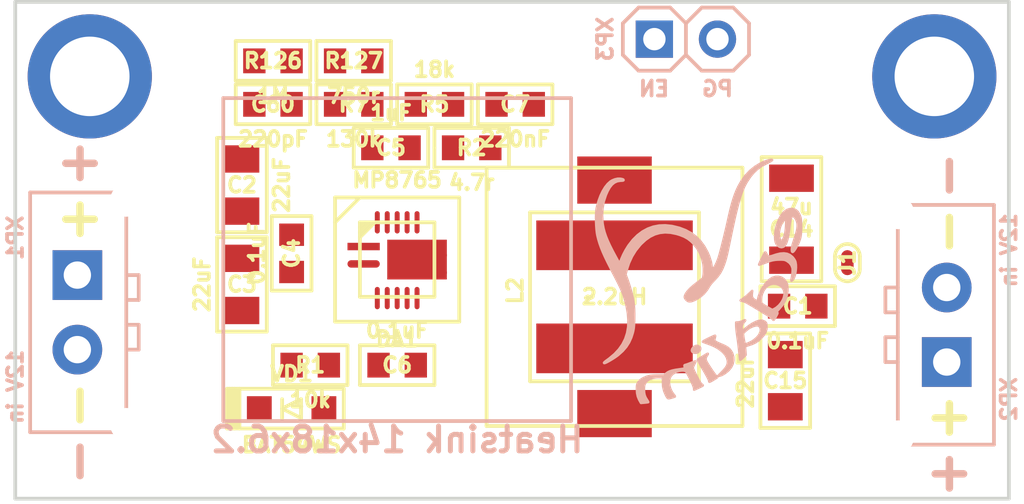
<source format=kicad_pcb>
(kicad_pcb (version 20171130) (host pcbnew "(5.1.5)-1")

  (general
    (thickness 1.6)
    (drawings 4)
    (tracks 0)
    (zones 0)
    (modules 28)
    (nets 13)
  )

  (page A4)
  (layers
    (0 F.Cu signal)
    (31 B.Cu signal)
    (36 B.SilkS user)
    (37 F.SilkS user)
    (38 B.Mask user)
    (39 F.Mask user)
    (40 Dwgs.User user)
    (44 Edge.Cuts user)
    (45 Margin user)
    (46 B.CrtYd user)
    (47 F.CrtYd user)
  )

  (setup
    (last_trace_width 0.2)
    (trace_clearance 0.2)
    (zone_clearance 0.3)
    (zone_45_only no)
    (trace_min 0.2)
    (via_size 0.7)
    (via_drill 0.3)
    (via_min_size 0.7)
    (via_min_drill 0.3)
    (uvia_size 0.7)
    (uvia_drill 0.3)
    (uvias_allowed no)
    (uvia_min_size 0.508)
    (uvia_min_drill 0.127)
    (edge_width 0.15)
    (segment_width 0.15)
    (pcb_text_width 0.3)
    (pcb_text_size 1.5 1.5)
    (mod_edge_width 0.15)
    (mod_text_size 1.5 1.5)
    (mod_text_width 0.15)
    (pad_size 0.9 0.9)
    (pad_drill 0.9)
    (pad_to_mask_clearance 0.2)
    (aux_axis_origin 245 150)
    (grid_origin 100 50)
    (visible_elements 7FFFF77F)
    (pcbplotparams
      (layerselection 0x010f0_80000001)
      (usegerberextensions true)
      (usegerberattributes false)
      (usegerberadvancedattributes false)
      (creategerberjobfile false)
      (gerberprecision 5)
      (excludeedgelayer true)
      (linewidth 0.150000)
      (plotframeref false)
      (viasonmask false)
      (mode 1)
      (useauxorigin false)
      (hpglpennumber 1)
      (hpglpenspeed 20)
      (hpglpendiameter 15.000000)
      (psnegative false)
      (psa4output false)
      (plotreference true)
      (plotvalue true)
      (plotinvisibletext false)
      (padsonsilk false)
      (subtractmaskfromsilk false)
      (outputformat 1)
      (mirror false)
      (drillshape 0)
      (scaleselection 1)
      (outputdirectory "Gerber/"))
  )

  (net 0 "")
  (net 1 GND)
  (net 2 +12V)
  (net 3 "Net-(C5-Pad1)")
  (net 4 "Net-(C7-Pad1)")
  (net 5 /+SW1)
  (net 6 GNDL1)
  (net 7 +5Vout)
  (net 8 /5Vout_Good)
  (net 9 "Net-(C60-Pad1)")
  (net 10 "Net-(DA1-Pad10)")
  (net 11 "Net-(DA1-Pad12)")
  (net 12 /Enadle)

  (net_class Default "Это класс цепей по умолчанию."
    (clearance 0.2)
    (trace_width 0.2)
    (via_dia 0.7)
    (via_drill 0.3)
    (uvia_dia 0.7)
    (uvia_drill 0.3)
    (diff_pair_width 0.2)
    (diff_pair_gap 0.2)
    (add_net +5Vout)
    (add_net /5Vout_Good)
    (add_net /Enadle)
    (add_net "Net-(C5-Pad1)")
    (add_net "Net-(C60-Pad1)")
    (add_net "Net-(C7-Pad1)")
    (add_net "Net-(DA1-Pad10)")
    (add_net "Net-(DA1-Pad12)")
  )

  (net_class wide ""
    (clearance 0.2)
    (trace_width 0.5)
    (via_dia 0.7)
    (via_drill 0.3)
    (uvia_dia 0.7)
    (uvia_drill 0.3)
    (diff_pair_width 0.2)
    (diff_pair_gap 0.2)
    (add_net GND)
    (add_net GNDL1)
  )

  (net_class wide0.75 ""
    (clearance 0.2)
    (trace_width 0.75)
    (via_dia 0.9)
    (via_drill 0.4)
    (uvia_dia 0.7)
    (uvia_drill 0.3)
    (diff_pair_width 0.2)
    (diff_pair_gap 0.2)
  )

  (net_class wide1.0 ""
    (clearance 0.2)
    (trace_width 1)
    (via_dia 0.9)
    (via_drill 0.4)
    (uvia_dia 0.7)
    (uvia_drill 0.3)
    (diff_pair_width 0.2)
    (diff_pair_gap 0.2)
  )

  (net_class wide1.5 ""
    (clearance 0.2)
    (trace_width 1.5)
    (via_dia 0.9)
    (via_drill 0.4)
    (uvia_dia 0.7)
    (uvia_drill 0.3)
    (diff_pair_width 0.2)
    (diff_pair_gap 0.2)
    (add_net +12V)
    (add_net /+SW1)
  )

  (net_class wide2.0 ""
    (clearance 0.2)
    (trace_width 2)
    (via_dia 0.9)
    (via_drill 0.4)
    (uvia_dia 0.7)
    (uvia_drill 0.3)
    (diff_pair_width 0.2)
    (diff_pair_gap 0.2)
  )

  (net_class wide4.0 ""
    (clearance 0.2)
    (trace_width 4)
    (via_dia 0.9)
    (via_drill 0.4)
    (uvia_dia 0.7)
    (uvia_drill 0.3)
    (diff_pair_width 0.2)
    (diff_pair_gap 0.2)
  )

  (module Capacitors:CAP0603 (layer F.Cu) (tedit 5DD56BAF) (tstamp 5CFF46DD)
    (at 115.375 64.625 180)
    (path /5D3B66C5)
    (attr smd)
    (fp_text reference C6 (at 0 0) (layer F.SilkS)
      (effects (font (size 0.6 0.6) (thickness 0.15)))
    )
    (fp_text value 0.1uF (at 0 1.4) (layer F.SilkS)
      (effects (font (size 0.6 0.6) (thickness 0.15)))
    )
    (fp_line (start -1.5 0.8) (end -1.5 -0.8) (layer F.SilkS) (width 0.15))
    (fp_line (start 1.5 0.8) (end -1.5 0.8) (layer F.SilkS) (width 0.15))
    (fp_line (start 1.5 -0.8) (end 1.5 0.8) (layer F.SilkS) (width 0.15))
    (fp_line (start -1.5 -0.8) (end 1.5 -0.8) (layer F.SilkS) (width 0.15))
    (pad 2 smd rect (at 0.75 0 180) (size 0.9 1) (layers F.Cu F.Paste F.Mask)
      (net 1 GND))
    (pad 1 smd rect (at -0.75 0 180) (size 0.9 1) (layers F.Cu F.Paste F.Mask)
      (net 7 +5Vout))
    (model ${KISYS3DMOD}/Capacitors/CAP0603.step
      (at (xyz 0 0 0))
      (scale (xyz 1 1 1))
      (rotate (xyz 0 0 0))
    )
  )

  (module Capacitors:CAP0805 (layer F.Cu) (tedit 5DD56BC4) (tstamp 5CF00147)
    (at 109.125 57.375 90)
    (path /5E50E032)
    (attr smd)
    (fp_text reference C2 (at 0 0 -180) (layer F.SilkS)
      (effects (font (size 0.6 0.6) (thickness 0.15)))
    )
    (fp_text value 22uF (at 0 1.6 90) (layer F.SilkS)
      (effects (font (size 0.6 0.6) (thickness 0.15)))
    )
    (fp_line (start -1.9 1) (end -1.9 -1) (layer F.SilkS) (width 0.15))
    (fp_line (start 1.9 1) (end -1.9 1) (layer F.SilkS) (width 0.15))
    (fp_line (start 1.9 -1) (end 1.9 1) (layer F.SilkS) (width 0.15))
    (fp_line (start -1.9 -1) (end 1.9 -1) (layer F.SilkS) (width 0.15))
    (pad 2 smd rect (at 1.05 0 90) (size 1.1 1.4) (layers F.Cu F.Paste F.Mask)
      (net 1 GND))
    (pad 1 smd rect (at -1.05 0 90) (size 1.1 1.4) (layers F.Cu F.Paste F.Mask)
      (net 2 +12V))
    (model ${KISYS3DMOD}/Capacitors/CAP0805.step
      (at (xyz 0 0 0))
      (scale (xyz 1 1 1))
      (rotate (xyz 0 0 0))
    )
  )

  (module Capacitors:CAP0805 (layer F.Cu) (tedit 5DD56BC4) (tstamp 5CF001C5)
    (at 131 65.25 270)
    (path /5DBD6891)
    (attr smd)
    (fp_text reference C15 (at 0 0) (layer F.SilkS)
      (effects (font (size 0.6 0.6) (thickness 0.15)))
    )
    (fp_text value 22uF (at 0 1.6 270) (layer F.SilkS)
      (effects (font (size 0.6 0.6) (thickness 0.15)))
    )
    (fp_line (start -1.9 1) (end -1.9 -1) (layer F.SilkS) (width 0.15))
    (fp_line (start 1.9 1) (end -1.9 1) (layer F.SilkS) (width 0.15))
    (fp_line (start 1.9 -1) (end 1.9 1) (layer F.SilkS) (width 0.15))
    (fp_line (start -1.9 -1) (end 1.9 -1) (layer F.SilkS) (width 0.15))
    (pad 2 smd rect (at 1.05 0 270) (size 1.1 1.4) (layers F.Cu F.Paste F.Mask)
      (net 1 GND))
    (pad 1 smd rect (at -1.05 0 270) (size 1.1 1.4) (layers F.Cu F.Paste F.Mask)
      (net 7 +5Vout))
    (model ${KISYS3DMOD}/Capacitors/CAP0805.step
      (at (xyz 0 0 0))
      (scale (xyz 1 1 1))
      (rotate (xyz 0 0 0))
    )
  )

  (module PCB_details:Hole_for_M3_small (layer F.Cu) (tedit 5B09A947) (tstamp 5CF01132)
    (at 103 53 90)
    (path /5F35C316)
    (attr virtual)
    (fp_text reference Hole1 (at 0 2.75 90) (layer F.SilkS) hide
      (effects (font (size 0.127 0.127) (thickness 0.02)))
    )
    (fp_text value HoleMetalled (at 0 -2.75 90) (layer F.SilkS) hide
      (effects (font (size 0.127 0.127) (thickness 0.02)))
    )
    (pad H thru_hole circle (at 0 0 90) (size 5 5) (drill 3.2) (layers *.Cu *.Mask)
      (net 1 GND) (zone_connect 2))
  )

  (module PCB_details:Hole_for_M3_small (layer F.Cu) (tedit 5B09A947) (tstamp 5CF01137)
    (at 137 53)
    (path /5F35C6AD)
    (attr virtual)
    (fp_text reference Hole2 (at 0 2.75) (layer F.SilkS) hide
      (effects (font (size 0.127 0.127) (thickness 0.02)))
    )
    (fp_text value HoleMetalled (at 0 -2.75) (layer F.SilkS) hide
      (effects (font (size 0.127 0.127) (thickness 0.02)))
    )
    (pad H thru_hole circle (at 0 0) (size 5 5) (drill 3.2) (layers *.Cu *.Mask)
      (net 1 GND) (zone_connect 2))
  )

  (module PCB_details:Jump_0.5mm (layer F.Cu) (tedit 5CAEFEE1) (tstamp 5CF01151)
    (at 133.5 60.5 270)
    (path /5E165D1D)
    (attr virtual)
    (fp_text reference J1 (at 0 0 270) (layer F.SilkS)
      (effects (font (size 0.6 0.6) (thickness 0.15)))
    )
    (fp_text value Jumper (at 0 1 270) (layer F.SilkS) hide
      (effects (font (size 0.6 0.6) (thickness 0.15)))
    )
    (fp_line (start 0.25 0) (end -0.25 0) (layer F.Cu) (width 0.5))
    (fp_arc (start -0.25 0) (end -0.25 0.5) (angle 180) (layer F.SilkS) (width 0.15))
    (fp_arc (start 0.25 0) (end 0.25 -0.5) (angle 180) (layer F.SilkS) (width 0.15))
    (fp_line (start 0.25 -0.5) (end -0.25 -0.5) (layer F.SilkS) (width 0.15))
    (fp_line (start 0.25 0.5) (end -0.25 0.5) (layer F.SilkS) (width 0.15))
    (pad 2 smd circle (at 0.25 0 270) (size 0.5 0.5) (layers F.Cu)
      (net 1 GND) (zone_connect 2))
    (pad 1 smd circle (at -0.25 0 270) (size 0.5 0.5) (layers F.Cu)
      (net 6 GNDL1) (zone_connect 2))
  )

  (module Inductors:IND_5.7x5.7_5D28 (layer F.Cu) (tedit 5E319A74) (tstamp 5E91FA99)
    (at 124.125 61.875 270)
    (path /5F251AA0)
    (attr smd)
    (fp_text reference L65 (at 0 -2.5 270) (layer F.SilkS) hide
      (effects (font (size 0.6 0.6) (thickness 0.15)))
    )
    (fp_text value ~ (at 0 1 180) (layer F.SilkS)
      (effects (font (size 0.6 0.6) (thickness 0.15)))
    )
    (fp_line (start -3.4 -3.4) (end 3.4 -3.4) (layer F.SilkS) (width 0.15))
    (fp_line (start -3.4 3.4) (end -3.4 -3.4) (layer F.SilkS) (width 0.15))
    (fp_line (start 3.4 3.4) (end -3.4 3.4) (layer F.SilkS) (width 0.15))
    (fp_line (start 3.4 -3.4) (end 3.4 3.4) (layer F.SilkS) (width 0.15))
    (pad 2 smd rect (at 2.075 0 270) (size 2 6.3) (layers F.Cu F.Paste F.Mask)
      (net 7 +5Vout))
    (pad 1 smd rect (at -2.075 0 270) (size 2 6.3) (layers F.Cu F.Paste F.Mask)
      (net 5 /+SW1))
    (model "${KISYS3DMOD}/Inductors/CDRH5D28 h3.STEP"
      (at (xyz 0 0 0))
      (scale (xyz 1 1 1))
      (rotate (xyz 0 0 0))
    )
  )

  (module Capacitors:CAP0805 (layer F.Cu) (tedit 5DD56BC4) (tstamp 5EB17008)
    (at 109.125 61.375 270)
    (path /5EF46C0E)
    (attr smd)
    (fp_text reference C3 (at 0 0) (layer F.SilkS)
      (effects (font (size 0.6 0.6) (thickness 0.15)))
    )
    (fp_text value 22uF (at 0 1.6 270) (layer F.SilkS)
      (effects (font (size 0.6 0.6) (thickness 0.15)))
    )
    (fp_line (start -1.9 -1) (end 1.9 -1) (layer F.SilkS) (width 0.15))
    (fp_line (start 1.9 -1) (end 1.9 1) (layer F.SilkS) (width 0.15))
    (fp_line (start 1.9 1) (end -1.9 1) (layer F.SilkS) (width 0.15))
    (fp_line (start -1.9 1) (end -1.9 -1) (layer F.SilkS) (width 0.15))
    (pad 1 smd rect (at -1.05 0 270) (size 1.1 1.4) (layers F.Cu F.Paste F.Mask)
      (net 2 +12V))
    (pad 2 smd rect (at 1.05 0 270) (size 1.1 1.4) (layers F.Cu F.Paste F.Mask)
      (net 1 GND))
    (model ${KISYS3DMOD}/Capacitors/CAP0805.step
      (at (xyz 0 0 0))
      (scale (xyz 1 1 1))
      (rotate (xyz 0 0 0))
    )
  )

  (module Capacitors:CAP0603 (layer F.Cu) (tedit 5DD56BAF) (tstamp 5EB17012)
    (at 111.125 60.125 270)
    (path /5F064F0F)
    (attr smd)
    (fp_text reference C4 (at 0 0 270) (layer F.SilkS)
      (effects (font (size 0.6 0.6) (thickness 0.15)))
    )
    (fp_text value 0,1uF (at 0 1.4 270) (layer F.SilkS)
      (effects (font (size 0.6 0.6) (thickness 0.15)))
    )
    (fp_line (start -1.5 -0.8) (end 1.5 -0.8) (layer F.SilkS) (width 0.15))
    (fp_line (start 1.5 -0.8) (end 1.5 0.8) (layer F.SilkS) (width 0.15))
    (fp_line (start 1.5 0.8) (end -1.5 0.8) (layer F.SilkS) (width 0.15))
    (fp_line (start -1.5 0.8) (end -1.5 -0.8) (layer F.SilkS) (width 0.15))
    (pad 1 smd rect (at -0.75 0 270) (size 0.9 1) (layers F.Cu F.Paste F.Mask)
      (net 2 +12V))
    (pad 2 smd rect (at 0.75 0 270) (size 0.9 1) (layers F.Cu F.Paste F.Mask)
      (net 1 GND))
    (model ${KISYS3DMOD}/Capacitors/CAP0603.step
      (at (xyz 0 0 0))
      (scale (xyz 1 1 1))
      (rotate (xyz 0 0 0))
    )
  )

  (module Capacitors:CAP0603 (layer F.Cu) (tedit 5DD56BAF) (tstamp 5EB1701C)
    (at 115.125 55.875 180)
    (path /5F724DF0)
    (attr smd)
    (fp_text reference C5 (at 0 0 180) (layer F.SilkS)
      (effects (font (size 0.6 0.6) (thickness 0.15)))
    )
    (fp_text value 1uF (at 0 1.4 180) (layer F.SilkS)
      (effects (font (size 0.6 0.6) (thickness 0.15)))
    )
    (fp_line (start -1.5 -0.8) (end 1.5 -0.8) (layer F.SilkS) (width 0.15))
    (fp_line (start 1.5 -0.8) (end 1.5 0.8) (layer F.SilkS) (width 0.15))
    (fp_line (start 1.5 0.8) (end -1.5 0.8) (layer F.SilkS) (width 0.15))
    (fp_line (start -1.5 0.8) (end -1.5 -0.8) (layer F.SilkS) (width 0.15))
    (pad 1 smd rect (at -0.75 0 180) (size 0.9 1) (layers F.Cu F.Paste F.Mask)
      (net 3 "Net-(C5-Pad1)"))
    (pad 2 smd rect (at 0.75 0 180) (size 0.9 1) (layers F.Cu F.Paste F.Mask)
      (net 6 GNDL1))
    (model ${KISYS3DMOD}/Capacitors/CAP0603.step
      (at (xyz 0 0 0))
      (scale (xyz 1 1 1))
      (rotate (xyz 0 0 0))
    )
  )

  (module Capacitors:CAP0603 (layer F.Cu) (tedit 5DD56BAF) (tstamp 5EB17026)
    (at 120.125 54.125)
    (path /5FF1811F)
    (attr smd)
    (fp_text reference C7 (at 0 0) (layer F.SilkS)
      (effects (font (size 0.6 0.6) (thickness 0.15)))
    )
    (fp_text value 220nF (at 0 1.4) (layer F.SilkS)
      (effects (font (size 0.6 0.6) (thickness 0.15)))
    )
    (fp_line (start -1.5 0.8) (end -1.5 -0.8) (layer F.SilkS) (width 0.15))
    (fp_line (start 1.5 0.8) (end -1.5 0.8) (layer F.SilkS) (width 0.15))
    (fp_line (start 1.5 -0.8) (end 1.5 0.8) (layer F.SilkS) (width 0.15))
    (fp_line (start -1.5 -0.8) (end 1.5 -0.8) (layer F.SilkS) (width 0.15))
    (pad 2 smd rect (at 0.75 0) (size 0.9 1) (layers F.Cu F.Paste F.Mask)
      (net 5 /+SW1))
    (pad 1 smd rect (at -0.75 0) (size 0.9 1) (layers F.Cu F.Paste F.Mask)
      (net 4 "Net-(C7-Pad1)"))
    (model ${KISYS3DMOD}/Capacitors/CAP0603.step
      (at (xyz 0 0 0))
      (scale (xyz 1 1 1))
      (rotate (xyz 0 0 0))
    )
  )

  (module Capacitors:CAP0603 (layer F.Cu) (tedit 5DD56BAF) (tstamp 5EB17030)
    (at 110.375 54.125)
    (path /6077CDAE)
    (attr smd)
    (fp_text reference C60 (at 0 0) (layer F.SilkS)
      (effects (font (size 0.6 0.6) (thickness 0.15)))
    )
    (fp_text value 220pF (at 0 1.4) (layer F.SilkS)
      (effects (font (size 0.6 0.6) (thickness 0.15)))
    )
    (fp_line (start -1.5 -0.8) (end 1.5 -0.8) (layer F.SilkS) (width 0.15))
    (fp_line (start 1.5 -0.8) (end 1.5 0.8) (layer F.SilkS) (width 0.15))
    (fp_line (start 1.5 0.8) (end -1.5 0.8) (layer F.SilkS) (width 0.15))
    (fp_line (start -1.5 0.8) (end -1.5 -0.8) (layer F.SilkS) (width 0.15))
    (pad 1 smd rect (at -0.75 0) (size 0.9 1) (layers F.Cu F.Paste F.Mask)
      (net 9 "Net-(C60-Pad1)"))
    (pad 2 smd rect (at 0.75 0) (size 0.9 1) (layers F.Cu F.Paste F.Mask)
      (net 7 +5Vout))
    (model ${KISYS3DMOD}/Capacitors/CAP0603.step
      (at (xyz 0 0 0))
      (scale (xyz 1 1 1))
      (rotate (xyz 0 0 0))
    )
  )

  (module Capacitors:CAP1206 (layer F.Cu) (tedit 5DD56BD7) (tstamp 5EB1703A)
    (at 131.25 58.75 90)
    (path /63E58669)
    (attr smd)
    (fp_text reference C14 (at -0.4 0 -180) (layer F.SilkS)
      (effects (font (size 0.6 0.6) (thickness 0.15)))
    )
    (fp_text value 47u (at 0.5 0 -180) (layer F.SilkS)
      (effects (font (size 0.6 0.6) (thickness 0.15)))
    )
    (fp_line (start -2.5 -1.2) (end -2.5 1.2) (layer F.SilkS) (width 0.15))
    (fp_line (start -2.5 -1.2) (end 2.5 -1.2) (layer F.SilkS) (width 0.15))
    (fp_line (start 2.5 -1.2) (end 2.5 1.2) (layer F.SilkS) (width 0.15))
    (fp_line (start 2.5 1.2) (end -2.5 1.2) (layer F.SilkS) (width 0.15))
    (pad 1 smd rect (at -1.65 0 90) (size 1.1 1.8) (layers F.Cu F.Paste F.Mask)
      (net 7 +5Vout))
    (pad 2 smd rect (at 1.65 0 90) (size 1.1 1.8) (layers F.Cu F.Paste F.Mask)
      (net 1 GND))
    (model ${KISYS3DMOD}/Capacitors/CAP1206.step
      (at (xyz 0 0 0))
      (scale (xyz 1 1 1))
      (rotate (xyz 0 0 0))
    )
  )

  (module "Installation:Heatsink_14x13(18)x6.2" (layer B.Cu) (tedit 5EB150B8) (tstamp 5EB1706C)
    (at 115.375 60.375)
    (path /5EDB3A49)
    (fp_text reference Heat1 (at 0 2) (layer B.SilkS) hide
      (effects (font (size 1 1) (thickness 0.2)) (justify mirror))
    )
    (fp_text value "Heatsink 14x18x6.2" (at 0 7.25) (layer B.SilkS)
      (effects (font (size 1 1) (thickness 0.2)) (justify mirror))
    )
    (fp_line (start -7 -6.5) (end 7 -6.5) (layer B.SilkS) (width 0.15))
    (fp_line (start -7 6.5) (end -7 -6.5) (layer B.SilkS) (width 0.15))
    (fp_line (start 7 6.5) (end -7 6.5) (layer B.SilkS) (width 0.15))
    (fp_line (start 7 -6.5) (end 7 6.5) (layer B.SilkS) (width 0.15))
    (model "${KISYS3DMOD}/Installation/Heatsink 14x13(18)x6.2.STEP"
      (at (xyz 0 0 0))
      (scale (xyz 1 1 1))
      (rotate (xyz 0 0 0))
    )
  )

  (module Inductors:IND_10.3x10.4_CDRH104 (layer F.Cu) (tedit 5EB150E5) (tstamp 5EB1706D)
    (at 124.125 61.875 270)
    (path /5CA8E068)
    (attr smd)
    (fp_text reference L2 (at -0.25 4 90) (layer F.SilkS)
      (effects (font (size 0.6 0.6) (thickness 0.15)))
    )
    (fp_text value 2.2uH (at 0 0) (layer F.SilkS)
      (effects (font (size 0.6 0.6) (thickness 0.15)))
    )
    (fp_line (start 5.2 -5.15) (end 5.2 5.15) (layer F.SilkS) (width 0.15))
    (fp_line (start 5.2 5.15) (end -5.2 5.15) (layer F.SilkS) (width 0.15))
    (fp_line (start -5.2 5.15) (end -5.2 -5.15) (layer F.SilkS) (width 0.15))
    (fp_line (start -5.2 -5.15) (end 5.2 -5.15) (layer F.SilkS) (width 0.15))
    (pad 1 smd rect (at -4.7 0 270) (size 1.9 3) (layers F.Cu F.Paste F.Mask)
      (net 5 /+SW1))
    (pad 2 smd rect (at 4.7 0 270) (size 1.9 3) (layers F.Cu F.Paste F.Mask)
      (net 7 +5Vout))
  )

  (module Resistors:RES0603 (layer F.Cu) (tedit 5DD7F660) (tstamp 5EB17080)
    (at 111.875 64.625)
    (path /5F9683BF)
    (attr smd)
    (fp_text reference R1 (at 0 0) (layer F.SilkS)
      (effects (font (size 0.6 0.6) (thickness 0.15)))
    )
    (fp_text value 10k (at 0 1.4) (layer F.SilkS)
      (effects (font (size 0.6 0.6) (thickness 0.15)))
    )
    (fp_line (start -1.5 0.8) (end -1.5 0) (layer F.SilkS) (width 0.15))
    (fp_line (start 1.5 0.8) (end -1.5 0.8) (layer F.SilkS) (width 0.15))
    (fp_line (start 1.5 -0.8) (end 1.5 0.8) (layer F.SilkS) (width 0.15))
    (fp_line (start -1.5 -0.8) (end 1.5 -0.8) (layer F.SilkS) (width 0.15))
    (fp_line (start -1.5 0) (end -1.5 -0.8) (layer F.SilkS) (width 0.15))
    (pad 2 smd rect (at 0.75 0) (size 0.9 1) (layers F.Cu F.Paste F.Mask)
      (net 8 /5Vout_Good))
    (pad 1 smd rect (at -0.75 0) (size 0.9 1) (layers F.Cu F.Paste F.Mask)
      (net 2 +12V))
    (model ${KISYS3DMOD}/Resistors/RES0603.step
      (at (xyz 0 0 0))
      (scale (xyz 1 1 1))
      (rotate (xyz -90 0 0))
    )
  )

  (module Resistors:RES0603 (layer F.Cu) (tedit 5DD7F660) (tstamp 5EB1708B)
    (at 118.375 55.875)
    (path /5FF18129)
    (attr smd)
    (fp_text reference R2 (at 0 0) (layer F.SilkS)
      (effects (font (size 0.6 0.6) (thickness 0.15)))
    )
    (fp_text value 4.7r (at 0 1.4) (layer F.SilkS)
      (effects (font (size 0.6 0.6) (thickness 0.15)))
    )
    (fp_line (start -1.5 0) (end -1.5 -0.8) (layer F.SilkS) (width 0.15))
    (fp_line (start -1.5 -0.8) (end 1.5 -0.8) (layer F.SilkS) (width 0.15))
    (fp_line (start 1.5 -0.8) (end 1.5 0.8) (layer F.SilkS) (width 0.15))
    (fp_line (start 1.5 0.8) (end -1.5 0.8) (layer F.SilkS) (width 0.15))
    (fp_line (start -1.5 0.8) (end -1.5 0) (layer F.SilkS) (width 0.15))
    (pad 1 smd rect (at -0.75 0) (size 0.9 1) (layers F.Cu F.Paste F.Mask)
      (net 10 "Net-(DA1-Pad10)"))
    (pad 2 smd rect (at 0.75 0) (size 0.9 1) (layers F.Cu F.Paste F.Mask)
      (net 4 "Net-(C7-Pad1)"))
    (model ${KISYS3DMOD}/Resistors/RES0603.step
      (at (xyz 0 0 0))
      (scale (xyz 1 1 1))
      (rotate (xyz -90 0 0))
    )
  )

  (module Resistors:RES0603 (layer F.Cu) (tedit 5DD7F660) (tstamp 5EB17096)
    (at 116.875 54.125 180)
    (path /5FF18134)
    (attr smd)
    (fp_text reference R5 (at 0 0 180) (layer F.SilkS)
      (effects (font (size 0.6 0.6) (thickness 0.15)))
    )
    (fp_text value 18k (at 0 1.4 180) (layer F.SilkS)
      (effects (font (size 0.6 0.6) (thickness 0.15)))
    )
    (fp_line (start -1.5 0.8) (end -1.5 0) (layer F.SilkS) (width 0.15))
    (fp_line (start 1.5 0.8) (end -1.5 0.8) (layer F.SilkS) (width 0.15))
    (fp_line (start 1.5 -0.8) (end 1.5 0.8) (layer F.SilkS) (width 0.15))
    (fp_line (start -1.5 -0.8) (end 1.5 -0.8) (layer F.SilkS) (width 0.15))
    (fp_line (start -1.5 0) (end -1.5 -0.8) (layer F.SilkS) (width 0.15))
    (pad 2 smd rect (at 0.75 0 180) (size 0.9 1) (layers F.Cu F.Paste F.Mask)
      (net 11 "Net-(DA1-Pad12)"))
    (pad 1 smd rect (at -0.75 0 180) (size 0.9 1) (layers F.Cu F.Paste F.Mask)
      (net 1 GND))
    (model ${KISYS3DMOD}/Resistors/RES0603.step
      (at (xyz 0 0 0))
      (scale (xyz 1 1 1))
      (rotate (xyz -90 0 0))
    )
  )

  (module Resistors:RES0603 (layer F.Cu) (tedit 5DD7F660) (tstamp 5EB170A1)
    (at 113.625 54.125)
    (path /5FF1813E)
    (attr smd)
    (fp_text reference R7 (at 0 0) (layer F.SilkS)
      (effects (font (size 0.6 0.6) (thickness 0.15)))
    )
    (fp_text value 130k (at 0 1.4) (layer F.SilkS)
      (effects (font (size 0.6 0.6) (thickness 0.15)))
    )
    (fp_line (start -1.5 0) (end -1.5 -0.8) (layer F.SilkS) (width 0.15))
    (fp_line (start -1.5 -0.8) (end 1.5 -0.8) (layer F.SilkS) (width 0.15))
    (fp_line (start 1.5 -0.8) (end 1.5 0.8) (layer F.SilkS) (width 0.15))
    (fp_line (start 1.5 0.8) (end -1.5 0.8) (layer F.SilkS) (width 0.15))
    (fp_line (start -1.5 0.8) (end -1.5 0) (layer F.SilkS) (width 0.15))
    (pad 1 smd rect (at -0.75 0) (size 0.9 1) (layers F.Cu F.Paste F.Mask)
      (net 7 +5Vout))
    (pad 2 smd rect (at 0.75 0) (size 0.9 1) (layers F.Cu F.Paste F.Mask)
      (net 11 "Net-(DA1-Pad12)"))
    (model ${KISYS3DMOD}/Resistors/RES0603.step
      (at (xyz 0 0 0))
      (scale (xyz 1 1 1))
      (rotate (xyz -90 0 0))
    )
  )

  (module Resistors:RES0603 (layer F.Cu) (tedit 5DD7F660) (tstamp 5EB170AC)
    (at 110.375 52.375)
    (path /6077CDB8)
    (attr smd)
    (fp_text reference R126 (at 0 0) (layer F.SilkS)
      (effects (font (size 0.6 0.6) (thickness 0.15)))
    )
    (fp_text value 1M (at 0 1.4) (layer F.SilkS)
      (effects (font (size 0.6 0.6) (thickness 0.15)))
    )
    (fp_line (start -1.5 0) (end -1.5 -0.8) (layer F.SilkS) (width 0.15))
    (fp_line (start -1.5 -0.8) (end 1.5 -0.8) (layer F.SilkS) (width 0.15))
    (fp_line (start 1.5 -0.8) (end 1.5 0.8) (layer F.SilkS) (width 0.15))
    (fp_line (start 1.5 0.8) (end -1.5 0.8) (layer F.SilkS) (width 0.15))
    (fp_line (start -1.5 0.8) (end -1.5 0) (layer F.SilkS) (width 0.15))
    (pad 1 smd rect (at -0.75 0) (size 0.9 1) (layers F.Cu F.Paste F.Mask)
      (net 5 /+SW1))
    (pad 2 smd rect (at 0.75 0) (size 0.9 1) (layers F.Cu F.Paste F.Mask)
      (net 9 "Net-(C60-Pad1)"))
    (model ${KISYS3DMOD}/Resistors/RES0603.step
      (at (xyz 0 0 0))
      (scale (xyz 1 1 1))
      (rotate (xyz -90 0 0))
    )
  )

  (module Resistors:RES0603 (layer F.Cu) (tedit 5DD7F660) (tstamp 5EB170B7)
    (at 113.625 52.375)
    (path /6111EBD8)
    (attr smd)
    (fp_text reference R127 (at 0 0) (layer F.SilkS)
      (effects (font (size 0.6 0.6) (thickness 0.15)))
    )
    (fp_text value 750r (at 0 1.4) (layer F.SilkS)
      (effects (font (size 0.6 0.6) (thickness 0.15)))
    )
    (fp_line (start -1.5 0.8) (end -1.5 0) (layer F.SilkS) (width 0.15))
    (fp_line (start 1.5 0.8) (end -1.5 0.8) (layer F.SilkS) (width 0.15))
    (fp_line (start 1.5 -0.8) (end 1.5 0.8) (layer F.SilkS) (width 0.15))
    (fp_line (start -1.5 -0.8) (end 1.5 -0.8) (layer F.SilkS) (width 0.15))
    (fp_line (start -1.5 0) (end -1.5 -0.8) (layer F.SilkS) (width 0.15))
    (pad 2 smd rect (at 0.75 0) (size 0.9 1) (layers F.Cu F.Paste F.Mask)
      (net 11 "Net-(DA1-Pad12)"))
    (pad 1 smd rect (at -0.75 0) (size 0.9 1) (layers F.Cu F.Paste F.Mask)
      (net 9 "Net-(C60-Pad1)"))
    (model ${KISYS3DMOD}/Resistors/RES0603.step
      (at (xyz 0 0 0))
      (scale (xyz 1 1 1))
      (rotate (xyz -90 0 0))
    )
  )

  (module Diodes:SOD323 (layer F.Cu) (tedit 5DD7AC60) (tstamp 5EDA3031)
    (at 111.125 66.375)
    (path /5F3489BD)
    (attr smd)
    (fp_text reference VD1 (at 0 -1.397) (layer F.SilkS)
      (effects (font (size 0.6 0.6) (thickness 0.15)))
    )
    (fp_text value BAT54WS (at 0 1.4605) (layer F.SilkS)
      (effects (font (size 0.6 0.6) (thickness 0.15)))
    )
    (fp_line (start -2.4 -0.8) (end -2.4 0.8) (layer F.SilkS) (width 0.15))
    (fp_line (start -2.5 0.8) (end -2.5 -0.8) (layer F.SilkS) (width 0.15))
    (fp_line (start -2.6 -0.8) (end -2.6 0.8) (layer F.SilkS) (width 0.15))
    (fp_line (start -2.1971 -0.7747) (end -2.2098 0.7747) (layer F.SilkS) (width 0.15))
    (fp_line (start -2.3 -0.8) (end -2.3 0.8) (layer F.SilkS) (width 0.15))
    (fp_line (start 2.1 -0.8) (end -2.6 -0.8) (layer F.SilkS) (width 0.15))
    (fp_line (start -2.1 -0.8) (end -2.1 0.8) (layer F.SilkS) (width 0.15))
    (fp_line (start -2.6 0.8) (end 2.1 0.8) (layer F.SilkS) (width 0.15))
    (fp_line (start 2.1 0.8) (end 2.1 -0.8) (layer F.SilkS) (width 0.15))
    (fp_line (start -0.381 0.381) (end -0.381 -0.381) (layer F.SilkS) (width 0.15))
    (fp_line (start 0.381 0) (end 0.381 -0.381) (layer F.SilkS) (width 0.15))
    (fp_line (start 0.381 -0.381) (end -0.381 0) (layer F.SilkS) (width 0.15))
    (fp_line (start -0.381 0) (end 0.381 0.381) (layer F.SilkS) (width 0.15))
    (fp_line (start 0.381 0.381) (end 0.381 0) (layer F.SilkS) (width 0.15))
    (pad A smd rect (at 1.3 0) (size 1 1) (layers F.Cu F.Paste F.Mask)
      (net 8 /5Vout_Good))
    (pad C smd rect (at -1.3 0) (size 1 1) (layers F.Cu F.Paste F.Mask)
      (net 12 /Enadle))
    (model ${KISYS3DMOD}/Diodes/SOD323.step
      (at (xyz 0 0 0))
      (scale (xyz 1 1 1))
      (rotate (xyz -90 0 180))
    )
  )

  (module Connectors:for_PolarOut_MicroFit-1x2 (layer B.Cu) (tedit 5CC16E29) (tstamp 5EDA3044)
    (at 102.5 62.5 270)
    (path /5F34D335)
    (fp_text reference XP1 (at -3 2.5 270) (layer B.SilkS)
      (effects (font (size 0.6 0.6) (thickness 0.15)) (justify mirror))
    )
    (fp_text value "12V in" (at 3 2.5 270) (layer B.SilkS)
      (effects (font (size 0.6 0.6) (thickness 0.15)) (justify mirror))
    )
    (fp_text user - (at 3.75 0 270) (layer F.SilkS)
      (effects (font (size 1.5 1.5) (thickness 0.3)))
    )
    (fp_text user + (at -3.75 0 270) (layer F.SilkS)
      (effects (font (size 1.5 1.5) (thickness 0.3)))
    )
    (fp_text user - (at 6 0 270) (layer B.SilkS)
      (effects (font (size 1.5 1.5) (thickness 0.3)) (justify mirror))
    )
    (fp_text user + (at -6 0 270) (layer B.SilkS)
      (effects (font (size 1.5 1.5) (thickness 0.3)) (justify mirror))
    )
    (fp_line (start 4.825 -1.97) (end 4.825 1.9) (layer B.SilkS) (width 0.15))
    (fp_line (start 4.825 1.9) (end -4.825 1.9) (layer B.SilkS) (width 0.15))
    (fp_line (start -4.825 -1.97) (end -4.825 1.9) (layer B.SilkS) (width 0.15))
    (fp_line (start -1.5 -2.47) (end -1.5 -1.97) (layer B.SilkS) (width 0.15))
    (fp_line (start 1.5 -2.47) (end 1.5 -1.97) (layer B.SilkS) (width 0.15))
    (fp_line (start -4.825 -1.97) (end 4.825 -1.97) (layer B.SilkS) (width 0.15))
    (fp_line (start 0.5 -2.47) (end 0.5 -1.97) (layer B.SilkS) (width 0.15))
    (fp_line (start -0.5 -2.47) (end -0.5 -1.97) (layer B.SilkS) (width 0.15))
    (fp_line (start 1.5 -2.47) (end 0.5 -2.47) (layer B.SilkS) (width 0.15))
    (fp_line (start -0.5 -2.47) (end -1.5 -2.47) (layer B.SilkS) (width 0.15))
    (pad "" np_thru_hole circle (at 4.5 -1.96 270) (size 1.3 1.3) (drill 1.3) (layers *.Cu *.Mask))
    (pad 2 thru_hole circle (at 1.5 0 270) (size 2 2) (drill 1.1) (layers *.Cu *.Mask)
      (net 1 GND) (zone_connect 1))
    (pad 1 thru_hole rect (at -1.5 0 270) (size 2 2) (drill 1.1) (layers *.Cu *.Mask)
      (net 2 +12V))
    (pad "" np_thru_hole circle (at -4.5 -1.96 270) (size 1.3 1.3) (drill 1.3) (layers *.Cu *.Mask))
  )

  (module Connectors:for_PolarOut_MicroFit-1x2 (layer B.Cu) (tedit 5CC16E29) (tstamp 5EDA3059)
    (at 137.5 63 90)
    (path /5F34DDB1)
    (fp_text reference XP2 (at -3 2.5 90) (layer B.SilkS)
      (effects (font (size 0.6 0.6) (thickness 0.15)) (justify mirror))
    )
    (fp_text value "12V in" (at 3 2.5 90) (layer B.SilkS)
      (effects (font (size 0.6 0.6) (thickness 0.15)) (justify mirror))
    )
    (fp_line (start -0.5 -2.47) (end -1.5 -2.47) (layer B.SilkS) (width 0.15))
    (fp_line (start 1.5 -2.47) (end 0.5 -2.47) (layer B.SilkS) (width 0.15))
    (fp_line (start -0.5 -2.47) (end -0.5 -1.97) (layer B.SilkS) (width 0.15))
    (fp_line (start 0.5 -2.47) (end 0.5 -1.97) (layer B.SilkS) (width 0.15))
    (fp_line (start -4.825 -1.97) (end 4.825 -1.97) (layer B.SilkS) (width 0.15))
    (fp_line (start 1.5 -2.47) (end 1.5 -1.97) (layer B.SilkS) (width 0.15))
    (fp_line (start -1.5 -2.47) (end -1.5 -1.97) (layer B.SilkS) (width 0.15))
    (fp_line (start -4.825 -1.97) (end -4.825 1.9) (layer B.SilkS) (width 0.15))
    (fp_line (start 4.825 1.9) (end -4.825 1.9) (layer B.SilkS) (width 0.15))
    (fp_line (start 4.825 -1.97) (end 4.825 1.9) (layer B.SilkS) (width 0.15))
    (fp_text user + (at -6 0 90) (layer B.SilkS)
      (effects (font (size 1.5 1.5) (thickness 0.3)) (justify mirror))
    )
    (fp_text user - (at 6 0 90) (layer B.SilkS)
      (effects (font (size 1.5 1.5) (thickness 0.3)) (justify mirror))
    )
    (fp_text user + (at -3.75 0 90) (layer F.SilkS)
      (effects (font (size 1.5 1.5) (thickness 0.3)))
    )
    (fp_text user - (at 3.75 0 90) (layer F.SilkS)
      (effects (font (size 1.5 1.5) (thickness 0.3)))
    )
    (pad "" np_thru_hole circle (at -4.5 -1.96 90) (size 1.3 1.3) (drill 1.3) (layers *.Cu *.Mask))
    (pad 1 thru_hole rect (at -1.5 0 90) (size 2 2) (drill 1.1) (layers *.Cu *.Mask)
      (net 7 +5Vout))
    (pad 2 thru_hole circle (at 1.5 0 90) (size 2 2) (drill 1.1) (layers *.Cu *.Mask)
      (net 1 GND) (zone_connect 1))
    (pad "" np_thru_hole circle (at 4.5 -1.96 90) (size 1.3 1.3) (drill 1.3) (layers *.Cu *.Mask))
  )

  (module Connectors:PLS-2 (layer B.Cu) (tedit 5EDA0838) (tstamp 5EDA306E)
    (at 127 51.5)
    (path /5F357C8C)
    (fp_text reference XP3 (at -3.25 0 90) (layer B.SilkS)
      (effects (font (size 0.6 0.6) (thickness 0.15)) (justify mirror))
    )
    (fp_text value "PG   EN" (at 0 2) (layer B.SilkS)
      (effects (font (size 0.6 0.6) (thickness 0.15)) (justify mirror))
    )
    (fp_text user 1 (at -3.048 0) (layer B.SilkS) hide
      (effects (font (size 1.5 1) (thickness 0.15)) (justify mirror))
    )
    (fp_line (start 2.54 -0.635) (end 1.905 -1.27) (layer B.SilkS) (width 0.15))
    (fp_line (start 2.54 0.635) (end 2.54 -0.635) (layer B.SilkS) (width 0.15))
    (fp_line (start 1.905 1.27) (end 0.635 1.27) (layer B.SilkS) (width 0.15))
    (fp_line (start 1.905 -1.27) (end 0.635 -1.27) (layer B.SilkS) (width 0.15))
    (fp_line (start 0.635 1.27) (end 0 0.635) (layer B.SilkS) (width 0.15))
    (fp_line (start 2.54 0.635) (end 1.905 1.27) (layer B.SilkS) (width 0.15))
    (fp_line (start 0.635 -1.27) (end 0 -0.635) (layer B.SilkS) (width 0.15))
    (fp_line (start -1.905 -1.27) (end -2.54 -0.635) (layer B.SilkS) (width 0.15))
    (fp_line (start 0 0.635) (end -0.635 1.27) (layer B.SilkS) (width 0.15))
    (fp_line (start -1.905 1.27) (end -2.54 0.635) (layer B.SilkS) (width 0.15))
    (fp_line (start -2.54 -0.635) (end -2.54 0.635) (layer B.SilkS) (width 0.15))
    (fp_line (start -0.635 -1.27) (end -1.905 -1.27) (layer B.SilkS) (width 0.15))
    (fp_line (start -0.635 1.27) (end -1.905 1.27) (layer B.SilkS) (width 0.15))
    (fp_line (start 0 0.635) (end 0 -0.635) (layer B.SilkS) (width 0.15))
    (fp_line (start 0 -0.635) (end -0.635 -1.27) (layer B.SilkS) (width 0.15))
    (pad 1 thru_hole rect (at -1.27 0) (size 1.5 1.5) (drill 0.9) (layers *.Cu *.Mask)
      (net 12 /Enadle) (zone_connect 1))
    (pad 2 thru_hole circle (at 1.27 0) (size 1.5 1.5) (drill 0.9) (layers *.Cu *.Mask)
      (net 8 /5Vout_Good) (zone_connect 1))
    (model ${KISYS3DMOD}/Connectors/PLS-2.STEP
      (offset (xyz -1.27 0 0))
      (scale (xyz 1 1 1))
      (rotate (xyz 0 0 0))
    )
  )

  (module Capacitors:CAP0603 (layer F.Cu) (tedit 5EDA092E) (tstamp 5EDB8168)
    (at 131.5 62.25)
    (path /5F35E833)
    (attr smd)
    (fp_text reference C1 (at 0 0) (layer F.SilkS)
      (effects (font (size 0.6 0.6) (thickness 0.15)))
    )
    (fp_text value 0.1uF (at 0 1.4) (layer F.SilkS)
      (effects (font (size 0.6 0.6) (thickness 0.15)))
    )
    (fp_line (start -1.5 -0.8) (end 1.5 -0.8) (layer F.SilkS) (width 0.15))
    (fp_line (start 1.5 -0.8) (end 1.5 0.8) (layer F.SilkS) (width 0.15))
    (fp_line (start 1.5 0.8) (end -1.5 0.8) (layer F.SilkS) (width 0.15))
    (fp_line (start -1.5 0.8) (end -1.5 -0.8) (layer F.SilkS) (width 0.15))
    (pad 1 smd rect (at -0.75 0) (size 0.9 1) (layers F.Cu F.Paste F.Mask)
      (net 7 +5Vout))
    (pad 2 smd rect (at 0.75 0) (size 0.9 1) (layers F.Cu F.Paste F.Mask)
      (net 1 GND))
    (model ${KISYS3DMOD}/Capacitors/CAP0603.step
      (at (xyz 0 0 0))
      (scale (xyz 1 1 1))
      (rotate (xyz 0 0 0))
    )
  )

  (module Graphics:Eldalim_10x8 (layer B.Cu) (tedit 5B095A05) (tstamp 5EDB901F)
    (at 127.5 61.25 270)
    (path /59C3CC15)
    (attr virtual)
    (fp_text reference Logo1 (at 0 0 270) (layer B.SilkS) hide
      (effects (font (size 1.524 1.524) (thickness 0.3)) (justify mirror))
    )
    (fp_text value Eldalim (at 0.75 0 270) (layer B.SilkS) hide
      (effects (font (size 1.524 1.524) (thickness 0.3)) (justify mirror))
    )
    (fp_poly (pts (xy -1.182086 -3.800308) (xy -1.205604 -3.831734) (xy -1.253819 -3.870831) (xy -1.321501 -3.914726)
      (xy -1.403421 -3.960547) (xy -1.494348 -4.005423) (xy -1.589052 -4.046479) (xy -1.682304 -4.080844)
      (xy -1.768874 -4.105646) (xy -1.791318 -4.110508) (xy -1.877005 -4.122819) (xy -1.985014 -4.131414)
      (xy -2.106042 -4.136271) (xy -2.230791 -4.137369) (xy -2.349961 -4.134685) (xy -2.454252 -4.128197)
      (xy -2.534364 -4.117883) (xy -2.558814 -4.112336) (xy -2.696786 -4.061265) (xy -2.800816 -3.994188)
      (xy -2.871108 -3.910915) (xy -2.907867 -3.811253) (xy -2.912153 -3.780645) (xy -2.905221 -3.663606)
      (xy -2.861961 -3.553057) (xy -2.783263 -3.449929) (xy -2.670016 -3.355153) (xy -2.523109 -3.269661)
      (xy -2.357002 -3.199281) (xy -2.174434 -3.142264) (xy -1.997134 -3.105284) (xy -1.831621 -3.089064)
      (xy -1.684414 -3.094323) (xy -1.58563 -3.114055) (xy -1.497106 -3.153727) (xy -1.429907 -3.210374)
      (xy -1.387531 -3.277768) (xy -1.373478 -3.349683) (xy -1.391247 -3.419889) (xy -1.402947 -3.439177)
      (xy -1.461234 -3.493088) (xy -1.556363 -3.541264) (xy -1.62206 -3.562394) (xy -1.62206 -3.362015)
      (xy -1.625181 -3.324936) (xy -1.664369 -3.288965) (xy -1.679222 -3.280634) (xy -1.774533 -3.249029)
      (xy -1.891462 -3.238224) (xy -2.020809 -3.247427) (xy -2.153373 -3.275846) (xy -2.279954 -3.322689)
      (xy -2.304248 -3.334455) (xy -2.364157 -3.368668) (xy -2.424198 -3.409276) (xy -2.477664 -3.450768)
      (xy -2.51785 -3.487632) (xy -2.538049 -3.514358) (xy -2.53564 -3.52461) (xy -2.492701 -3.532687)
      (xy -2.421322 -3.53642) (xy -2.330401 -3.536157) (xy -2.228832 -3.532247) (xy -2.125513 -3.525039)
      (xy -2.02934 -3.514881) (xy -1.949209 -3.502122) (xy -1.946187 -3.501506) (xy -1.817068 -3.469946)
      (xy -1.719206 -3.435515) (xy -1.653802 -3.399206) (xy -1.62206 -3.362015) (xy -1.62206 -3.562394)
      (xy -1.687972 -3.583595) (xy -1.855696 -3.619974) (xy -2.059172 -3.65029) (xy -2.140806 -3.659668)
      (xy -2.313334 -3.680788) (xy -2.448799 -3.703303) (xy -2.547746 -3.727335) (xy -2.610721 -3.753007)
      (xy -2.632169 -3.770075) (xy -2.637028 -3.802318) (xy -2.613819 -3.844539) (xy -2.568277 -3.890185)
      (xy -2.506136 -3.9327) (xy -2.476472 -3.948043) (xy -2.395345 -3.979209) (xy -2.310093 -3.996475)
      (xy -2.215812 -3.999294) (xy -2.1076 -3.987118) (xy -1.980553 -3.9594) (xy -1.829767 -3.915592)
      (xy -1.652933 -3.85606) (xy -1.499389 -3.805902) (xy -1.376443 -3.774685) (xy -1.282348 -3.762122)
      (xy -1.215359 -3.767924) (xy -1.188495 -3.779425) (xy -1.182086 -3.800308)) (layer B.SilkS) (width 0.1))
    (fp_poly (pts (xy -0.021658 -3.748598) (xy -0.034323 -3.76807) (xy -0.036371 -3.770572) (xy -0.097343 -3.820489)
      (xy -0.187015 -3.862793) (xy -0.296973 -3.896074) (xy -0.418801 -3.918924) (xy -0.544086 -3.929934)
      (xy -0.664413 -3.927694) (xy -0.771367 -3.910795) (xy -0.808029 -3.899789) (xy -0.871851 -3.867353)
      (xy -0.941741 -3.816707) (xy -0.979356 -3.782584) (xy -1.058062 -3.683564) (xy -1.106831 -3.5722)
      (xy -1.125969 -3.445695) (xy -1.115786 -3.301256) (xy -1.076588 -3.136088) (xy -1.057224 -3.076222)
      (xy -1.022124 -2.970447) (xy -1.000857 -2.893684) (xy -0.993881 -2.83977) (xy -1.001653 -2.802544)
      (xy -1.024633 -2.775844) (xy -1.063277 -2.75351) (xy -1.081852 -2.745025) (xy -1.130754 -2.720944)
      (xy -1.161327 -2.701177) (xy -1.166499 -2.694342) (xy -1.150738 -2.682172) (xy -1.108293 -2.657842)
      (xy -1.046401 -2.624935) (xy -0.972297 -2.587035) (xy -0.89322 -2.547724) (xy -0.816405 -2.510587)
      (xy -0.749089 -2.479207) (xy -0.698508 -2.457168) (xy -0.6719 -2.448053) (xy -0.669707 -2.448332)
      (xy -0.673549 -2.467641) (xy -0.688528 -2.514602) (xy -0.712153 -2.58179) (xy -0.73683 -2.648355)
      (xy -0.7876 -2.787154) (xy -0.82447 -2.901242) (xy -0.849498 -2.999991) (xy -0.864738 -3.092768)
      (xy -0.872246 -3.188945) (xy -0.874064 -3.273778) (xy -0.873698 -3.364613) (xy -0.870375 -3.428514)
      (xy -0.862114 -3.476165) (xy -0.846932 -3.51825) (xy -0.822845 -3.565451) (xy -0.818444 -3.573448)
      (xy -0.744174 -3.673057) (xy -0.64876 -3.74626) (xy -0.538912 -3.7882) (xy -0.515989 -3.792381)
      (xy -0.45063 -3.795535) (xy -0.358917 -3.791014) (xy -0.25112 -3.779778) (xy -0.13751 -3.76279)
      (xy -0.075259 -3.751138) (xy -0.033243 -3.743984) (xy -0.021658 -3.748598)) (layer B.SilkS) (width 0.1))
    (fp_poly (pts (xy 1.55192 -3.029675) (xy 1.532819 -3.044999) (xy 1.489397 -3.073804) (xy 1.429889 -3.110697)
      (xy 1.409202 -3.123089) (xy 1.34004 -3.162431) (xy 1.295695 -3.182576) (xy 1.270034 -3.185727)
      (xy 1.258633 -3.177176) (xy 1.243939 -3.146759) (xy 1.242066 -3.137921) (xy 1.229645 -3.143982)
      (xy 1.196613 -3.171581) (xy 1.153959 -3.210935) (xy 1.153959 -2.979267) (xy 1.033239 -2.759706)
      (xy 0.978516 -2.664486) (xy 0.931445 -2.591108) (xy 0.894975 -2.543893) (xy 0.874889 -2.527674)
      (xy 0.809603 -2.517488) (xy 0.72135 -2.519145) (xy 0.622512 -2.531578) (xy 0.525467 -2.553716)
      (xy 0.506611 -2.559455) (xy 0.36856 -2.618851) (xy 0.256126 -2.698367) (xy 0.171331 -2.794159)
      (xy 0.116197 -2.902387) (xy 0.092744 -3.019208) (xy 0.102993 -3.140781) (xy 0.14273 -3.25114)
      (xy 0.212007 -3.353672) (xy 0.300488 -3.424888) (xy 0.40549 -3.46408) (xy 0.524328 -3.47054)
      (xy 0.65432 -3.44356) (xy 0.741019 -3.408939) (xy 0.864898 -3.336026) (xy 0.976498 -3.242631)
      (xy 1.065859 -3.137846) (xy 1.101161 -3.080109) (xy 1.153959 -2.979267) (xy 1.153959 -3.210935)
      (xy 1.148912 -3.215592) (xy 1.122179 -3.241402) (xy 0.955571 -3.381527) (xy 0.779093 -3.485383)
      (xy 0.592511 -3.553078) (xy 0.395591 -3.58472) (xy 0.366889 -3.586291) (xy 0.237552 -3.586218)
      (xy 0.139837 -3.573471) (xy 0.112313 -3.565934) (xy -0.002049 -3.511383) (xy -0.090612 -3.432923)
      (xy -0.15114 -3.335981) (xy -0.181396 -3.225987) (xy -0.179145 -3.10837) (xy -0.14215 -2.988559)
      (xy -0.133123 -2.970065) (xy -0.061055 -2.862874) (xy 0.041457 -2.756539) (xy 0.167407 -2.655604)
      (xy 0.309789 -2.564614) (xy 0.4616 -2.488112) (xy 0.615833 -2.430641) (xy 0.74619 -2.399716)
      (xy 0.824453 -2.386748) (xy 0.765005 -2.285309) (xy 0.713311 -2.210656) (xy 0.659028 -2.167084)
      (xy 0.591845 -2.149585) (xy 0.501451 -2.153149) (xy 0.494632 -2.153977) (xy 0.386765 -2.167454)
      (xy 0.519964 -2.02723) (xy 0.583894 -1.955716) (xy 0.643722 -1.881445) (xy 0.690297 -1.816078)
      (xy 0.705568 -1.790721) (xy 0.735659 -1.740636) (xy 0.760165 -1.709098) (xy 0.771602 -1.702861)
      (xy 0.781807 -1.725105) (xy 0.791508 -1.771243) (xy 0.79457 -1.794139) (xy 0.801576 -1.826139)
      (xy 0.817552 -1.868428) (xy 0.84442 -1.924572) (xy 0.884102 -1.99814) (xy 0.93852 -2.092699)
      (xy 1.009597 -2.211818) (xy 1.096342 -2.354311) (xy 1.172448 -2.478538) (xy 1.244064 -2.595446)
      (xy 1.308294 -2.700305) (xy 1.36224 -2.788384) (xy 1.403003 -2.854951) (xy 1.427687 -2.895277)
      (xy 1.430845 -2.90044) (xy 1.467989 -2.949965) (xy 1.507708 -2.987052) (xy 1.51663 -2.992646)
      (xy 1.546081 -3.014308) (xy 1.55192 -3.029675)) (layer B.SilkS) (width 0.1))
    (fp_poly (pts (xy 3.292593 3.779159) (xy 3.282467 3.743427) (xy 3.254776 3.683686) (xy 3.213554 3.606744)
      (xy 3.162834 3.519406) (xy 3.106647 3.428479) (xy 3.049026 3.340771) (xy 2.994004 3.263087)
      (xy 2.963309 3.223367) (xy 2.804283 3.046246) (xy 2.638739 2.902585) (xy 2.460336 2.788215)
      (xy 2.262737 2.698968) (xy 2.076625 2.64019) (xy 2.004227 2.622099) (xy 1.937233 2.608595)
      (xy 1.867371 2.598804) (xy 1.786364 2.591852) (xy 1.685939 2.586865) (xy 1.557821 2.582969)
      (xy 1.528019 2.58224) (xy 1.309361 2.580277) (xy 1.117769 2.586067) (xy 0.943342 2.600334)
      (xy 0.776179 2.623802) (xy 0.660048 2.645706) (xy 0.529293 2.675973) (xy 0.376716 2.716512)
      (xy 0.215384 2.763495) (xy 0.058364 2.813096) (xy -0.081278 2.861486) (xy -0.098792 2.867982)
      (xy -0.275735 2.934255) (xy -0.443608 2.888247) (xy -0.735103 2.792034) (xy -1.00058 2.669855)
      (xy -1.242472 2.52037) (xy -1.463216 2.342238) (xy -1.502853 2.305152) (xy -1.668867 2.1263)
      (xy -1.798279 1.941825) (xy -1.89145 1.750197) (xy -1.948742 1.549887) (xy -1.970516 1.339364)
      (xy -1.957135 1.117099) (xy -1.908961 0.881561) (xy -1.870035 0.752593) (xy -1.801752 0.577916)
      (xy -1.719616 0.429166) (xy -1.616687 0.295281) (xy -1.522473 0.198727) (xy -1.337906 0.049847)
      (xy -1.13371 -0.068694) (xy -0.914531 -0.154917) (xy -0.685019 -0.206843) (xy -0.536222 -0.221102)
      (xy -0.41328 -0.223301) (xy -0.304338 -0.218759) (xy -0.220928 -0.207963) (xy -0.220246 -0.207822)
      (xy -0.111234 -0.185137) (xy 0.05108 0.034432) (xy 0.178491 0.197234) (xy 0.297729 0.330289)
      (xy 0.407502 0.432474) (xy 0.506523 0.502667) (xy 0.5935 0.539742) (xy 0.638118 0.54563)
      (xy 0.676981 0.532713) (xy 0.724999 0.499954) (xy 0.745067 0.481659) (xy 0.788618 0.425811)
      (xy 0.807965 0.365154) (xy 0.803075 0.293096) (xy 0.773915 0.203042) (xy 0.743332 0.13465)
      (xy 0.634845 -0.051516) (xy 0.501131 -0.211137) (xy 0.343974 -0.34235) (xy 0.211298 -0.421248)
      (xy 0.148632 -0.461018) (xy 0.070206 -0.523231) (xy -0.015864 -0.601245) (xy -0.05211 -0.636892)
      (xy -0.197873 -0.770498) (xy -0.345577 -0.876432) (xy -0.507641 -0.962576) (xy -0.664783 -1.025703)
      (xy -0.745118 -1.05366) (xy -0.822998 -1.078838) (xy -0.903787 -1.102573) (xy -0.992847 -1.126199)
      (xy -1.095543 -1.151051) (xy -1.217236 -1.178464) (xy -1.363291 -1.209772) (xy -1.539071 -1.246309)
      (xy -1.608666 -1.260592) (xy -1.945393 -1.330328) (xy -2.24758 -1.394736) (xy -2.51782 -1.454562)
      (xy -2.758711 -1.51055) (xy -2.972848 -1.563447) (xy -3.162825 -1.613998) (xy -3.331238 -1.662948)
      (xy -3.480683 -1.711044) (xy -3.613756 -1.75903) (xy -3.733051 -1.807653) (xy -3.841163 -1.857658)
      (xy -3.940689 -1.90979) (xy -4.011409 -1.950824) (xy -4.211451 -2.083256) (xy -4.3791 -2.220662)
      (xy -4.519588 -2.368539) (xy -4.638149 -2.532383) (xy -4.738403 -2.714345) (xy -4.778657 -2.795566)
      (xy -4.815937 -2.867169) (xy -4.845625 -2.920492) (xy -4.861081 -2.944518) (xy -4.882828 -2.969562)
      (xy -4.890205 -2.962123) (xy -4.891253 -2.933703) (xy -4.884113 -2.882933) (xy -4.864071 -2.808194)
      (xy -4.834506 -2.719442) (xy -4.798797 -2.626632) (xy -4.760323 -2.539719) (xy -4.751225 -2.521185)
      (xy -4.615187 -2.291842) (xy -4.448374 -2.083918) (xy -4.251272 -1.897881) (xy -4.024366 -1.734203)
      (xy -3.819407 -1.618512) (xy -3.670069 -1.548292) (xy -3.509151 -1.483007) (xy -3.331891 -1.421162)
      (xy -3.133529 -1.361261) (xy -2.909303 -1.30181) (xy -2.654454 -1.241314) (xy -2.530592 -1.213804)
      (xy -2.351044 -1.173897) (xy -2.162605 -1.130662) (xy -1.97021 -1.085338) (xy -1.778797 -1.03916)
      (xy -1.5933 -0.993367) (xy -1.418658 -0.949193) (xy -1.259806 -0.907877) (xy -1.12168 -0.870656)
      (xy -1.009218 -0.838765) (xy -0.927354 -0.813443) (xy -0.912518 -0.808378) (xy -0.76011 -0.749331)
      (xy -0.626807 -0.686581) (xy -0.519972 -0.623764) (xy -0.481336 -0.595521) (xy -0.426451 -0.551683)
      (xy -0.566003 -0.539629) (xy -0.786121 -0.50292) (xy -1.015229 -0.430166) (xy -1.159418 -0.368006)
      (xy -1.398014 -0.237398) (xy -1.606586 -0.084947) (xy -1.785753 0.090181) (xy -1.936132 0.288825)
      (xy -2.058341 0.511819) (xy -2.152999 0.760002) (xy -2.220724 1.03421) (xy -2.22894 1.079613)
      (xy -2.255294 1.334237) (xy -2.245358 1.579847) (xy -2.199619 1.815398) (xy -2.118563 2.039843)
      (xy -2.002677 2.252134) (xy -1.852448 2.451225) (xy -1.668363 2.636069) (xy -1.450907 2.80562)
      (xy -1.41515 2.829863) (xy -1.247753 2.932551) (xy -1.072033 3.02473) (xy -0.901248 3.099758)
      (xy -0.812365 3.131917) (xy -0.771896 3.14505) (xy -0.745298 3.156012) (xy -0.73542 3.167943)
      (xy -0.745111 3.183982) (xy -0.77722 3.207267) (xy -0.834596 3.240939) (xy -0.920088 3.288135)
      (xy -0.987777 3.32519) (xy -1.227508 3.453529) (xy -1.441487 3.561047) (xy -1.634105 3.649454)
      (xy -1.809749 3.720458) (xy -1.972808 3.77577) (xy -2.127671 3.817099) (xy -2.278727 3.846153)
      (xy -2.351358 3.856265) (xy -2.647723 3.876078) (xy -2.931792 3.860793) (xy -3.205671 3.810074)
      (xy -3.471465 3.723585) (xy -3.631259 3.652764) (xy -3.781368 3.568124) (xy -3.896092 3.477088)
      (xy -3.977497 3.376938) (xy -4.027646 3.264959) (xy -4.048604 3.138433) (xy -4.049527 3.102461)
      (xy -4.053998 3.039489) (xy -4.067617 3.011916) (xy -4.073565 3.01037) (xy -4.093863 3.017382)
      (xy -4.108879 3.043129) (xy -4.121549 3.094679) (xy -4.130069 3.146375) (xy -4.130065 3.248372)
      (xy -4.104933 3.361484) (xy -4.058432 3.472711) (xy -4.015834 3.541583) (xy -3.917653 3.650437)
      (xy -3.786651 3.754409) (xy -3.627558 3.851082) (xy -3.445103 3.938038) (xy -3.244015 4.012859)
      (xy -3.029022 4.073126) (xy -2.93684 4.093291) (xy -2.835378 4.107389) (xy -2.705707 4.115952)
      (xy -2.556804 4.119208) (xy -2.397646 4.117387) (xy -2.237209 4.110716) (xy -2.084471 4.099424)
      (xy -1.948408 4.08374) (xy -1.845193 4.06552) (xy -1.688648 4.026761) (xy -1.529333 3.978775)
      (xy -1.362837 3.919733) (xy -1.184744 3.847808) (xy -0.990642 3.761174) (xy -0.776118 3.658004)
      (xy -0.536757 3.536469) (xy -0.420703 3.475794) (xy -0.215642 3.368232) (xy -0.039211 3.276991)
      (xy 0.112928 3.200255) (xy 0.245115 3.136208) (xy 0.361688 3.083032) (xy 0.466988 3.038912)
      (xy 0.565351 3.002031) (xy 0.661119 2.970573) (xy 0.75863 2.942721) (xy 0.862223 2.916658)
      (xy 0.976237 2.890569) (xy 0.978371 2.890097) (xy 1.283226 2.836341) (xy 1.568697 2.814564)
      (xy 1.835787 2.825112) (xy 2.085494 2.868334) (xy 2.318822 2.944578) (xy 2.53677 3.054192)
      (xy 2.740341 3.197524) (xy 2.930536 3.374922) (xy 3.108355 3.586733) (xy 3.151182 3.64537)
      (xy 3.210368 3.726048) (xy 3.252047 3.776386) (xy 3.278186 3.798242) (xy 3.290751 3.793477)
      (xy 3.292593 3.779159)) (layer B.SilkS) (width 0.1))
    (fp_poly (pts (xy 3.159787 -1.686045) (xy 3.151591 -1.702286) (xy 3.122414 -1.737999) (xy 3.078056 -1.786223)
      (xy 3.065713 -1.79897) (xy 2.963334 -1.903675) (xy 2.80422 -1.891281) (xy 2.729662 -1.885236)
      (xy 2.669541 -1.87992) (xy 2.633702 -1.876221) (xy 2.62876 -1.87548) (xy 2.616592 -1.89069)
      (xy 2.597884 -1.934255) (xy 2.57586 -1.998194) (xy 2.565767 -2.031351) (xy 2.536325 -2.118947)
      (xy 2.536325 -1.876696) (xy 2.533318 -1.868527) (xy 2.511633 -1.86147) (xy 2.460624 -1.850186)
      (xy 2.388137 -1.836284) (xy 2.310369 -1.822758) (xy 2.097852 -1.787422) (xy 2.000939 -1.88977)
      (xy 1.923633 -1.983178) (xy 1.859454 -2.083676) (xy 1.810789 -2.184879) (xy 1.780022 -2.280401)
      (xy 1.769538 -2.363856) (xy 1.781722 -2.428861) (xy 1.79271 -2.447292) (xy 1.854274 -2.497779)
      (xy 1.934726 -2.518823) (xy 2.028766 -2.509807) (xy 2.103856 -2.48348) (xy 2.182952 -2.434419)
      (xy 2.267555 -2.360063) (xy 2.348623 -2.269822) (xy 2.417115 -2.173106) (xy 2.438956 -2.134732)
      (xy 2.479617 -2.051561) (xy 2.511137 -1.975927) (xy 2.530909 -1.915187) (xy 2.536325 -1.876696)
      (xy 2.536325 -2.118947) (xy 2.518288 -2.172612) (xy 2.463362 -2.289454) (xy 2.393546 -2.395087)
      (xy 2.301398 -2.502721) (xy 2.298421 -2.505895) (xy 2.178052 -2.617679) (xy 2.059563 -2.693745)
      (xy 1.939895 -2.735681) (xy 1.836143 -2.74569) (xy 1.767196 -2.741769) (xy 1.708316 -2.732966)
      (xy 1.680211 -2.724441) (xy 1.637529 -2.686568) (xy 1.602718 -2.625103) (xy 1.582741 -2.554073)
      (xy 1.580445 -2.523475) (xy 1.594193 -2.43148) (xy 1.633289 -2.321177) (xy 1.694508 -2.198745)
      (xy 1.774627 -2.070363) (xy 1.870422 -1.942211) (xy 1.905553 -1.900296) (xy 2.011094 -1.778)
      (xy 1.932177 -1.75378) (xy 1.83913 -1.737973) (xy 1.755822 -1.753708) (xy 1.674175 -1.803087)
      (xy 1.644608 -1.828603) (xy 1.596928 -1.870084) (xy 1.571011 -1.884902) (xy 1.565917 -1.871422)
      (xy 1.580706 -1.828008) (xy 1.608483 -1.765757) (xy 1.634905 -1.696729) (xy 1.651981 -1.628586)
      (xy 1.65552 -1.594555) (xy 1.655704 -1.524) (xy 1.783953 -1.524) (xy 1.848621 -1.527022)
      (xy 1.940039 -1.535337) (xy 2.047882 -1.547814) (xy 2.161821 -1.563325) (xy 2.209273 -1.570513)
      (xy 2.339368 -1.589501) (xy 2.490578 -1.609387) (xy 2.646503 -1.628136) (xy 2.790741 -1.643711)
      (xy 2.828913 -1.647426) (xy 2.934897 -1.657826) (xy 3.027218 -1.667666) (xy 3.099618 -1.676216)
      (xy 3.145841 -1.682747) (xy 3.159787 -1.686045)) (layer B.SilkS) (width 0.1))
    (fp_poly (pts (xy 3.806936 -0.79963) (xy 3.795597 -0.869832) (xy 3.773151 -0.93795) (xy 3.728305 -1.02145)
      (xy 3.667023 -1.110987) (xy 3.595273 -1.19722) (xy 3.56904 -1.224642) (xy 3.451504 -1.318841)
      (xy 3.321278 -1.381079) (xy 3.183793 -1.41034) (xy 3.04448 -1.405609) (xy 2.90877 -1.365869)
      (xy 2.881768 -1.353246) (xy 2.79911 -1.305334) (xy 2.730058 -1.248475) (xy 2.670078 -1.176609)
      (xy 2.614641 -1.083675) (xy 2.559212 -0.963613) (xy 2.523188 -0.873734) (xy 2.477611 -0.768582)
      (xy 2.433791 -0.692909) (xy 2.393564 -0.649473) (xy 2.367413 -0.639704) (xy 2.337307 -0.644778)
      (xy 2.288183 -0.657382) (xy 2.273951 -0.661533) (xy 2.226058 -0.673153) (xy 2.195509 -0.675494)
      (xy 2.191701 -0.673972) (xy 2.196098 -0.654645) (xy 2.214472 -0.607687) (xy 2.244208 -0.53924)
      (xy 2.28269 -0.455447) (xy 2.303176 -0.412254) (xy 2.349559 -0.318527) (xy 2.387934 -0.247187)
      (xy 2.416177 -0.20186) (xy 2.432166 -0.186175) (xy 2.4344 -0.188148) (xy 2.444879 -0.217135)
      (xy 2.464768 -0.272496) (xy 2.490815 -0.345172) (xy 2.509331 -0.396912) (xy 2.558009 -0.526695)
      (xy 2.60333 -0.631612) (xy 2.650989 -0.723322) (xy 2.706679 -0.813482) (xy 2.72901 -0.846667)
      (xy 2.83985 -0.986149) (xy 2.956757 -1.090016) (xy 3.078882 -1.157706) (xy 3.205376 -1.188654)
      (xy 3.248106 -1.190709) (xy 3.324702 -1.182627) (xy 3.400033 -1.156157) (xy 3.479724 -1.107961)
      (xy 3.569397 -1.034702) (xy 3.663995 -0.943865) (xy 3.806936 -0.79963)) (layer B.SilkS) (width 0.1))
    (fp_poly (pts (xy 4.045186 -0.447245) (xy 4.035903 -0.470873) (xy 4.011705 -0.516917) (xy 3.978066 -0.576168)
      (xy 3.940461 -0.639415) (xy 3.904366 -0.697448) (xy 3.875253 -0.741057) (xy 3.85869 -0.760978)
      (xy 3.840191 -0.754705) (xy 3.828318 -0.732211) (xy 3.808535 -0.708817) (xy 3.761714 -0.669605)
      (xy 3.693045 -0.618179) (xy 3.607721 -0.558145) (xy 3.510933 -0.493107) (xy 3.407872 -0.426669)
      (xy 3.303729 -0.362437) (xy 3.249542 -0.33033) (xy 3.167906 -0.2942) (xy 3.095233 -0.290492)
      (xy 3.021738 -0.319886) (xy 2.979016 -0.349188) (xy 2.940999 -0.374232) (xy 2.918721 -0.381265)
      (xy 2.916297 -0.37784) (xy 2.925896 -0.353953) (xy 2.951376 -0.307637) (xy 2.987763 -0.247784)
      (xy 2.998418 -0.231068) (xy 3.042204 -0.161449) (xy 3.08181 -0.095716) (xy 3.109473 -0.046791)
      (xy 3.11179 -0.042333) (xy 3.137348 -0.002104) (xy 3.160042 0.018216) (xy 3.163158 0.018815)
      (xy 3.184413 0.009579) (xy 3.233165 -0.016339) (xy 3.30465 -0.056253) (xy 3.394104 -0.10748)
      (xy 3.496761 -0.167334) (xy 3.563877 -0.206963) (xy 3.692077 -0.28171) (xy 3.802419 -0.343411)
      (xy 3.891538 -0.390305) (xy 3.956068 -0.420628) (xy 3.992647 -0.432617) (xy 3.994831 -0.432741)
      (xy 4.031766 -0.437412) (xy 4.045186 -0.447245)) (layer B.SilkS) (width 0.1))
    (fp_poly (pts (xy 4.896985 2.309628) (xy 4.884984 2.167651) (xy 4.878246 2.098669) (xy 4.87138 2.045813)
      (xy 4.865702 2.018922) (xy 4.864925 2.017616) (xy 4.846429 2.022896) (xy 4.807164 2.044971)
      (xy 4.771085 2.068578) (xy 4.675534 2.126308) (xy 4.581941 2.163239) (xy 4.477317 2.183159)
      (xy 4.35563 2.189783) (xy 4.26937 2.189524) (xy 4.208789 2.184732) (xy 4.162016 2.173298)
      (xy 4.117177 2.15311) (xy 4.10163 2.144643) (xy 4.005459 2.069809) (xy 3.932375 1.966723)
      (xy 3.883401 1.837618) (xy 3.859562 1.684726) (xy 3.857294 1.612444) (xy 3.858089 1.525191)
      (xy 3.864346 1.469112) (xy 3.882567 1.437769) (xy 3.919252 1.424721) (xy 3.980904 1.423529)
      (xy 4.045086 1.426428) (xy 4.235213 1.417505) (xy 4.421267 1.371928) (xy 4.571526 1.307304)
      (xy 4.643396 1.269688) (xy 4.686797 1.240698) (xy 4.706392 1.21112) (xy 4.70684 1.171736)
      (xy 4.692805 1.113331) (xy 4.68454 1.083865) (xy 4.665292 1.01866) (xy 4.648814 0.968865)
      (xy 4.638461 0.944563) (xy 4.638016 0.94404) (xy 4.619736 0.949555) (xy 4.585259 0.975216)
      (xy 4.567015 0.991661) (xy 4.468397 1.064836) (xy 4.345961 1.124679) (xy 4.212558 1.166305)
      (xy 4.081037 1.184829) (xy 4.057588 1.185333) (xy 3.928433 1.169037) (xy 3.818152 1.120206)
      (xy 3.726866 1.038933) (xy 3.654695 0.925305) (xy 3.629176 0.865482) (xy 3.604887 0.778355)
      (xy 3.592324 0.684468) (xy 3.592069 0.596274) (xy 3.604706 0.52623) (xy 3.61246 0.507971)
      (xy 3.637382 0.485048) (xy 3.690283 0.450925) (xy 3.764412 0.408891) (xy 3.853023 0.362239)
      (xy 3.949367 0.314259) (xy 4.046694 0.268244) (xy 4.138257 0.227485) (xy 4.217307 0.195273)
      (xy 4.277095 0.174898) (xy 4.306801 0.169333) (xy 4.362606 0.169333) (xy 4.286953 0.004704)
      (xy 4.252748 -0.068018) (xy 4.223104 -0.127932) (xy 4.202256 -0.166627) (xy 4.196008 -0.175887)
      (xy 4.178475 -0.172549) (xy 4.156702 -0.142761) (xy 4.155284 -0.139938) (xy 4.136385 -0.115106)
      (xy 4.099658 -0.085107) (xy 4.041107 -0.04739) (xy 3.956737 0.000597) (xy 3.842552 0.061406)
      (xy 3.828815 0.068563) (xy 3.72948 0.119121) (xy 3.639338 0.16292) (xy 3.564572 0.197118)
      (xy 3.51137 0.218872) (xy 3.487355 0.225466) (xy 3.449965 0.217117) (xy 3.393222 0.195082)
      (xy 3.338827 0.168911) (xy 3.282615 0.140856) (xy 3.241059 0.122955) (xy 3.223698 0.119068)
      (xy 3.227401 0.138263) (xy 3.242859 0.184811) (xy 3.267466 0.25128) (xy 3.292263 0.314498)
      (xy 3.323391 0.395027) (xy 3.348293 0.465048) (xy 3.363964 0.515762) (xy 3.367852 0.535868)
      (xy 3.382238 0.558658) (xy 3.424533 0.55769) (xy 3.481795 0.538029) (xy 3.494493 0.537915)
      (xy 3.505218 0.553061) (xy 3.515333 0.588672) (xy 3.526206 0.649955) (xy 3.539202 0.742117)
      (xy 3.543082 0.771661) (xy 3.566975 0.929665) (xy 3.594102 1.055543) (xy 3.626284 1.154771)
      (xy 3.665341 1.232827) (xy 3.713092 1.295186) (xy 3.719151 1.301525) (xy 3.788383 1.372424)
      (xy 3.790622 1.650472) (xy 3.792434 1.767865) (xy 3.79638 1.856839) (xy 3.803479 1.926586)
      (xy 3.814751 1.986298) (xy 3.831216 2.04517) (xy 3.836062 2.060222) (xy 3.896581 2.209713)
      (xy 3.968994 2.324529) (xy 4.05418 2.405976) (xy 4.080439 2.422979) (xy 4.125905 2.447469)
      (xy 4.168205 2.462652) (xy 4.218602 2.470697) (xy 4.288358 2.47377) (xy 4.346223 2.474129)
      (xy 4.49946 2.46559) (xy 4.632134 2.437749) (xy 4.757781 2.387213) (xy 4.814456 2.35684)
      (xy 4.896985 2.309628)) (layer B.SilkS) (width 0.1))
    (fp_poly (pts (xy 2.878667 0.114664) (xy 2.865641 0.045199) (xy 2.831464 -0.012502) (xy 2.78349 -0.054135)
      (xy 2.729072 -0.075394) (xy 2.675563 -0.071973) (xy 2.630317 -0.039566) (xy 2.625734 -0.033443)
      (xy 2.596987 0.037127) (xy 2.603816 0.111261) (xy 2.645356 0.183145) (xy 2.660415 0.199437)
      (xy 2.726027 0.24819) (xy 2.785687 0.261931) (xy 2.834366 0.242614) (xy 2.867034 0.192192)
      (xy 2.878667 0.114664)) (layer B.SilkS) (width 0.1))
    (fp_circle (center 0.3 0) (end 0.2 0) (layer B.SilkS) (width 0.15))
  )

  (module QFN,_DFN,_LGA:HFCQFN16 (layer F.Cu) (tedit 5EDA363B) (tstamp 5EDA40D9)
    (at 115.375 60.375)
    (path /5ED0E94F)
    (attr smd)
    (fp_text reference DA1 (at 0 3.2) (layer F.SilkS)
      (effects (font (size 0.6 0.6) (thickness 0.15)))
    )
    (fp_text value MP8765 (at 0 -3.2) (layer F.SilkS)
      (effects (font (size 0.6 0.6) (thickness 0.15)))
    )
    (fp_line (start -1.5 -1.5) (end 1.5 -1.5) (layer F.SilkS) (width 0.15))
    (fp_line (start -1.5 1.5) (end -1.5 -1.5) (layer F.SilkS) (width 0.15))
    (fp_line (start 1.5 1.5) (end -1.5 1.5) (layer F.SilkS) (width 0.15))
    (fp_line (start 1.5 -1.5) (end 1.5 1.5) (layer F.SilkS) (width 0.15))
    (fp_line (start -0.9 -1.5) (end -1.5 -0.9) (layer F.SilkS) (width 0.15))
    (fp_line (start -2.5 2.5) (end -2.5 -2.5) (layer F.SilkS) (width 0.15))
    (fp_line (start 2.5 2.5) (end -2.5 2.5) (layer F.SilkS) (width 0.15))
    (fp_line (start 2.5 -2.5) (end 2.5 2.5) (layer F.SilkS) (width 0.15))
    (fp_line (start -2.5 -2.5) (end 2.5 -2.5) (layer F.SilkS) (width 0.15))
    (fp_line (start -1.5 -2.5) (end -2.5 -1.5) (layer F.SilkS) (width 0.15))
    (fp_line (start -1.5 -1.3) (end -1.3 -1.5) (layer F.SilkS) (width 0.15))
    (fp_line (start -1.5 -1.1) (end -1.1 -1.5) (layer F.SilkS) (width 0.15))
    (pad 15 smd rect (at 0 -0.165) (size 0.65 0.3) (layers F.Cu F.Paste F.Mask))
    (pad 16 smd rect (at 0 0.435) (size 0.65 0.3) (layers F.Cu F.Paste F.Mask))
    (pad 9 smd oval (at 1.35 -0.175) (size 1.3 0.3) (layers F.Cu F.Paste F.Mask)
      (net 5 /+SW1))
    (pad 8 smd oval (at 1.35 0.525) (size 1.3 0.3) (layers F.Cu F.Paste F.Mask)
      (net 5 /+SW1))
    (pad 5 smd oval (at 0 1.55 270) (size 0.9 0.2) (layers F.Cu F.Paste F.Mask))
    (pad 2 smd oval (at -1.35 0.175) (size 1.3 0.3) (layers F.Cu F.Paste F.Mask)
      (net 1 GND))
    (pad 1 smd rect (at -1.35 -0.525) (size 1.3 0.3) (layers F.Cu F.Paste F.Mask)
      (net 2 +12V))
    (pad 4 smd oval (at -0.4 1.55 270) (size 0.9 0.2) (layers F.Cu F.Paste F.Mask)
      (net 8 /5Vout_Good))
    (pad 3 smd oval (at -0.8 1.55 270) (size 0.9 0.2) (layers F.Cu F.Paste F.Mask))
    (pad 6 smd oval (at 0.4 1.55 270) (size 0.9 0.2) (layers F.Cu F.Paste F.Mask)
      (net 6 GNDL1))
    (pad 7 smd oval (at 0.8 1.55 270) (size 0.9 0.2) (layers F.Cu F.Paste F.Mask)
      (net 7 +5Vout))
    (pad 10 smd oval (at 0.8 -1.5 270) (size 0.9 0.2) (layers F.Cu F.Paste F.Mask)
      (net 10 "Net-(DA1-Pad10)"))
    (pad 11 smd oval (at 0.4 -1.5 270) (size 0.9 0.2) (layers F.Cu F.Paste F.Mask)
      (net 3 "Net-(C5-Pad1)"))
    (pad 14 smd oval (at -0.8 -1.5 270) (size 0.9 0.2) (layers F.Cu F.Paste F.Mask)
      (net 6 GNDL1))
    (pad 13 smd oval (at -0.4 -1.5 270) (size 0.9 0.2) (layers F.Cu F.Paste F.Mask)
      (net 12 /Enadle))
    (pad 12 smd oval (at 0 -1.5 270) (size 0.9 0.2) (layers F.Cu F.Paste F.Mask)
      (net 11 "Net-(DA1-Pad12)"))
    (pad 9 smd rect (at 0.8 0) (size 2.4 1.6) (layers F.Cu)
      (net 5 /+SW1))
  )

  (gr_line (start 100 70) (end 100 50) (angle 90) (layer Edge.Cuts) (width 0.15))
  (gr_line (start 140 70) (end 100 70) (angle 90) (layer Edge.Cuts) (width 0.15))
  (gr_line (start 140 50) (end 140 70) (angle 90) (layer Edge.Cuts) (width 0.15))
  (gr_line (start 100 50) (end 140 50) (angle 90) (layer Edge.Cuts) (width 0.15))

)

</source>
